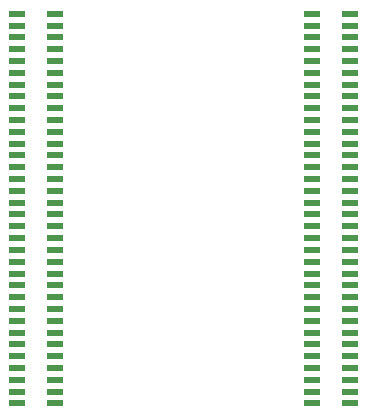
<source format=gbr>
%TF.GenerationSoftware,KiCad,Pcbnew,(5.1.9-0-10_14)*%
%TF.CreationDate,2021-04-19T13:57:32-04:00*%
%TF.ProjectId,backplane-prototype,6261636b-706c-4616-9e65-2d70726f746f,rev?*%
%TF.SameCoordinates,Original*%
%TF.FileFunction,Paste,Top*%
%TF.FilePolarity,Positive*%
%FSLAX46Y46*%
G04 Gerber Fmt 4.6, Leading zero omitted, Abs format (unit mm)*
G04 Created by KiCad (PCBNEW (5.1.9-0-10_14)) date 2021-04-19 13:57:32*
%MOMM*%
%LPD*%
G01*
G04 APERTURE LIST*
%ADD10R,1.370000X0.610000*%
G04 APERTURE END LIST*
D10*
%TO.C,J1*%
X138550000Y-89500000D03*
X135348000Y-89500000D03*
X138550000Y-90500000D03*
X135348000Y-90500000D03*
X138550000Y-91500000D03*
X135348000Y-91500000D03*
X138550000Y-92500000D03*
X135348000Y-92500000D03*
X138550000Y-93500000D03*
X135348000Y-93500000D03*
X138550000Y-94500000D03*
X135348000Y-94500000D03*
X138550000Y-95500000D03*
X135348000Y-95500000D03*
X138550000Y-96500000D03*
X135348000Y-96500000D03*
X138550000Y-97500000D03*
X135348000Y-97500000D03*
X138550000Y-98500000D03*
X135348000Y-98500000D03*
X138550000Y-99500000D03*
X135348000Y-99500000D03*
X138550000Y-100500000D03*
X135348000Y-100500000D03*
X138550000Y-101500000D03*
X135348000Y-101500000D03*
X138550000Y-102500000D03*
X135348000Y-102500000D03*
X138550000Y-103500000D03*
X135348000Y-103500000D03*
X138550000Y-104500000D03*
X135348000Y-104500000D03*
X138550000Y-105500000D03*
X135348000Y-105500000D03*
X138550000Y-106500000D03*
X135348000Y-106500000D03*
X138550000Y-107500000D03*
X135348000Y-107500000D03*
X138550000Y-108500000D03*
X135348000Y-108500000D03*
X138550000Y-109500000D03*
X135348000Y-109500000D03*
X138550000Y-110500000D03*
X135348000Y-110500000D03*
X138550000Y-111500000D03*
X135348000Y-111500000D03*
X138550000Y-112500000D03*
X135348000Y-112500000D03*
X138550000Y-113500000D03*
X135348000Y-113500000D03*
X138550000Y-114500000D03*
X135348000Y-114500000D03*
X138550000Y-115500000D03*
X135348000Y-115500000D03*
X138550000Y-116500000D03*
X135348000Y-116500000D03*
X138550000Y-117500000D03*
X135348000Y-117500000D03*
X138550000Y-118500000D03*
X135348000Y-118500000D03*
X138550000Y-119500000D03*
X135348000Y-119500000D03*
X138550000Y-120500000D03*
X135348000Y-120500000D03*
X138550000Y-121500000D03*
X135348000Y-121500000D03*
X138550000Y-122500000D03*
X135348000Y-122500000D03*
%TD*%
%TO.C,J3*%
X160348000Y-122500000D03*
X163550000Y-122500000D03*
X160348000Y-121500000D03*
X163550000Y-121500000D03*
X160348000Y-120500000D03*
X163550000Y-120500000D03*
X160348000Y-119500000D03*
X163550000Y-119500000D03*
X160348000Y-118500000D03*
X163550000Y-118500000D03*
X160348000Y-117500000D03*
X163550000Y-117500000D03*
X160348000Y-116500000D03*
X163550000Y-116500000D03*
X160348000Y-115500000D03*
X163550000Y-115500000D03*
X160348000Y-114500000D03*
X163550000Y-114500000D03*
X160348000Y-113500000D03*
X163550000Y-113500000D03*
X160348000Y-112500000D03*
X163550000Y-112500000D03*
X160348000Y-111500000D03*
X163550000Y-111500000D03*
X160348000Y-110500000D03*
X163550000Y-110500000D03*
X160348000Y-109500000D03*
X163550000Y-109500000D03*
X160348000Y-108500000D03*
X163550000Y-108500000D03*
X160348000Y-107500000D03*
X163550000Y-107500000D03*
X160348000Y-106500000D03*
X163550000Y-106500000D03*
X160348000Y-105500000D03*
X163550000Y-105500000D03*
X160348000Y-104500000D03*
X163550000Y-104500000D03*
X160348000Y-103500000D03*
X163550000Y-103500000D03*
X160348000Y-102500000D03*
X163550000Y-102500000D03*
X160348000Y-101500000D03*
X163550000Y-101500000D03*
X160348000Y-100500000D03*
X163550000Y-100500000D03*
X160348000Y-99500000D03*
X163550000Y-99500000D03*
X160348000Y-98500000D03*
X163550000Y-98500000D03*
X160348000Y-97500000D03*
X163550000Y-97500000D03*
X160348000Y-96500000D03*
X163550000Y-96500000D03*
X160348000Y-95500000D03*
X163550000Y-95500000D03*
X160348000Y-94500000D03*
X163550000Y-94500000D03*
X160348000Y-93500000D03*
X163550000Y-93500000D03*
X160348000Y-92500000D03*
X163550000Y-92500000D03*
X160348000Y-91500000D03*
X163550000Y-91500000D03*
X160348000Y-90500000D03*
X163550000Y-90500000D03*
X160348000Y-89500000D03*
X163550000Y-89500000D03*
%TD*%
M02*

</source>
